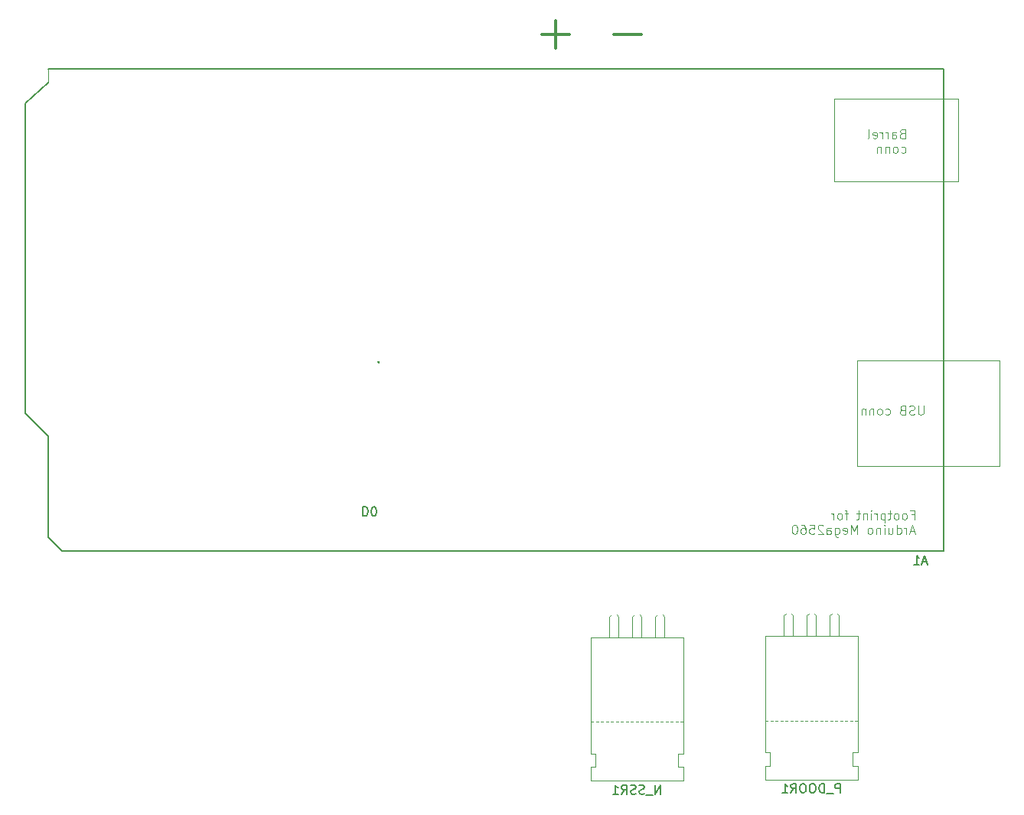
<source format=gbr>
%TF.GenerationSoftware,KiCad,Pcbnew,8.0.5*%
%TF.CreationDate,2024-12-05T17:04:49+01:00*%
%TF.ProjectId,TEEKeeper_V1.0,5445454b-6565-4706-9572-5f56312e302e,rev?*%
%TF.SameCoordinates,PX7b0df40PY6e75580*%
%TF.FileFunction,Legend,Bot*%
%TF.FilePolarity,Positive*%
%FSLAX46Y46*%
G04 Gerber Fmt 4.6, Leading zero omitted, Abs format (unit mm)*
G04 Created by KiCad (PCBNEW 8.0.5) date 2024-12-05 17:04:49*
%MOMM*%
%LPD*%
G01*
G04 APERTURE LIST*
%ADD10C,0.100000*%
%ADD11C,0.300000*%
%ADD12C,0.150000*%
%ADD13C,0.120000*%
G04 APERTURE END LIST*
D10*
X83820000Y70104000D02*
X97536000Y70104000D01*
X97536000Y60960000D01*
X83820000Y60960000D01*
X83820000Y70104000D01*
X86360000Y41148000D02*
X102108000Y41148000D01*
X102108000Y29464000D01*
X86360000Y29464000D01*
X86360000Y41148000D01*
D11*
X51441748Y77219067D02*
X54489368Y77219067D01*
X52965558Y78742877D02*
X52965558Y75695258D01*
X59441748Y77219067D02*
X62489368Y77219067D01*
D10*
X91310782Y66269335D02*
X91167925Y66221716D01*
X91167925Y66221716D02*
X91120306Y66174097D01*
X91120306Y66174097D02*
X91072687Y66078859D01*
X91072687Y66078859D02*
X91072687Y65936002D01*
X91072687Y65936002D02*
X91120306Y65840764D01*
X91120306Y65840764D02*
X91167925Y65793144D01*
X91167925Y65793144D02*
X91263163Y65745525D01*
X91263163Y65745525D02*
X91644115Y65745525D01*
X91644115Y65745525D02*
X91644115Y66745525D01*
X91644115Y66745525D02*
X91310782Y66745525D01*
X91310782Y66745525D02*
X91215544Y66697906D01*
X91215544Y66697906D02*
X91167925Y66650287D01*
X91167925Y66650287D02*
X91120306Y66555049D01*
X91120306Y66555049D02*
X91120306Y66459811D01*
X91120306Y66459811D02*
X91167925Y66364573D01*
X91167925Y66364573D02*
X91215544Y66316954D01*
X91215544Y66316954D02*
X91310782Y66269335D01*
X91310782Y66269335D02*
X91644115Y66269335D01*
X90215544Y65745525D02*
X90215544Y66269335D01*
X90215544Y66269335D02*
X90263163Y66364573D01*
X90263163Y66364573D02*
X90358401Y66412192D01*
X90358401Y66412192D02*
X90548877Y66412192D01*
X90548877Y66412192D02*
X90644115Y66364573D01*
X90215544Y65793144D02*
X90310782Y65745525D01*
X90310782Y65745525D02*
X90548877Y65745525D01*
X90548877Y65745525D02*
X90644115Y65793144D01*
X90644115Y65793144D02*
X90691734Y65888383D01*
X90691734Y65888383D02*
X90691734Y65983621D01*
X90691734Y65983621D02*
X90644115Y66078859D01*
X90644115Y66078859D02*
X90548877Y66126478D01*
X90548877Y66126478D02*
X90310782Y66126478D01*
X90310782Y66126478D02*
X90215544Y66174097D01*
X89739353Y65745525D02*
X89739353Y66412192D01*
X89739353Y66221716D02*
X89691734Y66316954D01*
X89691734Y66316954D02*
X89644115Y66364573D01*
X89644115Y66364573D02*
X89548877Y66412192D01*
X89548877Y66412192D02*
X89453639Y66412192D01*
X89120305Y65745525D02*
X89120305Y66412192D01*
X89120305Y66221716D02*
X89072686Y66316954D01*
X89072686Y66316954D02*
X89025067Y66364573D01*
X89025067Y66364573D02*
X88929829Y66412192D01*
X88929829Y66412192D02*
X88834591Y66412192D01*
X88120305Y65793144D02*
X88215543Y65745525D01*
X88215543Y65745525D02*
X88406019Y65745525D01*
X88406019Y65745525D02*
X88501257Y65793144D01*
X88501257Y65793144D02*
X88548876Y65888383D01*
X88548876Y65888383D02*
X88548876Y66269335D01*
X88548876Y66269335D02*
X88501257Y66364573D01*
X88501257Y66364573D02*
X88406019Y66412192D01*
X88406019Y66412192D02*
X88215543Y66412192D01*
X88215543Y66412192D02*
X88120305Y66364573D01*
X88120305Y66364573D02*
X88072686Y66269335D01*
X88072686Y66269335D02*
X88072686Y66174097D01*
X88072686Y66174097D02*
X88548876Y66078859D01*
X87501257Y65745525D02*
X87596495Y65793144D01*
X87596495Y65793144D02*
X87644114Y65888383D01*
X87644114Y65888383D02*
X87644114Y66745525D01*
X91215544Y64183200D02*
X91310782Y64135581D01*
X91310782Y64135581D02*
X91501258Y64135581D01*
X91501258Y64135581D02*
X91596496Y64183200D01*
X91596496Y64183200D02*
X91644115Y64230820D01*
X91644115Y64230820D02*
X91691734Y64326058D01*
X91691734Y64326058D02*
X91691734Y64611772D01*
X91691734Y64611772D02*
X91644115Y64707010D01*
X91644115Y64707010D02*
X91596496Y64754629D01*
X91596496Y64754629D02*
X91501258Y64802248D01*
X91501258Y64802248D02*
X91310782Y64802248D01*
X91310782Y64802248D02*
X91215544Y64754629D01*
X90644115Y64135581D02*
X90739353Y64183200D01*
X90739353Y64183200D02*
X90786972Y64230820D01*
X90786972Y64230820D02*
X90834591Y64326058D01*
X90834591Y64326058D02*
X90834591Y64611772D01*
X90834591Y64611772D02*
X90786972Y64707010D01*
X90786972Y64707010D02*
X90739353Y64754629D01*
X90739353Y64754629D02*
X90644115Y64802248D01*
X90644115Y64802248D02*
X90501258Y64802248D01*
X90501258Y64802248D02*
X90406020Y64754629D01*
X90406020Y64754629D02*
X90358401Y64707010D01*
X90358401Y64707010D02*
X90310782Y64611772D01*
X90310782Y64611772D02*
X90310782Y64326058D01*
X90310782Y64326058D02*
X90358401Y64230820D01*
X90358401Y64230820D02*
X90406020Y64183200D01*
X90406020Y64183200D02*
X90501258Y64135581D01*
X90501258Y64135581D02*
X90644115Y64135581D01*
X89882210Y64802248D02*
X89882210Y64135581D01*
X89882210Y64707010D02*
X89834591Y64754629D01*
X89834591Y64754629D02*
X89739353Y64802248D01*
X89739353Y64802248D02*
X89596496Y64802248D01*
X89596496Y64802248D02*
X89501258Y64754629D01*
X89501258Y64754629D02*
X89453639Y64659391D01*
X89453639Y64659391D02*
X89453639Y64135581D01*
X88977448Y64802248D02*
X88977448Y64135581D01*
X88977448Y64707010D02*
X88929829Y64754629D01*
X88929829Y64754629D02*
X88834591Y64802248D01*
X88834591Y64802248D02*
X88691734Y64802248D01*
X88691734Y64802248D02*
X88596496Y64754629D01*
X88596496Y64754629D02*
X88548877Y64659391D01*
X88548877Y64659391D02*
X88548877Y64135581D01*
X92326782Y24105335D02*
X92660115Y24105335D01*
X92660115Y23581525D02*
X92660115Y24581525D01*
X92660115Y24581525D02*
X92183925Y24581525D01*
X91660115Y23581525D02*
X91755353Y23629144D01*
X91755353Y23629144D02*
X91802972Y23676764D01*
X91802972Y23676764D02*
X91850591Y23772002D01*
X91850591Y23772002D02*
X91850591Y24057716D01*
X91850591Y24057716D02*
X91802972Y24152954D01*
X91802972Y24152954D02*
X91755353Y24200573D01*
X91755353Y24200573D02*
X91660115Y24248192D01*
X91660115Y24248192D02*
X91517258Y24248192D01*
X91517258Y24248192D02*
X91422020Y24200573D01*
X91422020Y24200573D02*
X91374401Y24152954D01*
X91374401Y24152954D02*
X91326782Y24057716D01*
X91326782Y24057716D02*
X91326782Y23772002D01*
X91326782Y23772002D02*
X91374401Y23676764D01*
X91374401Y23676764D02*
X91422020Y23629144D01*
X91422020Y23629144D02*
X91517258Y23581525D01*
X91517258Y23581525D02*
X91660115Y23581525D01*
X90755353Y23581525D02*
X90850591Y23629144D01*
X90850591Y23629144D02*
X90898210Y23676764D01*
X90898210Y23676764D02*
X90945829Y23772002D01*
X90945829Y23772002D02*
X90945829Y24057716D01*
X90945829Y24057716D02*
X90898210Y24152954D01*
X90898210Y24152954D02*
X90850591Y24200573D01*
X90850591Y24200573D02*
X90755353Y24248192D01*
X90755353Y24248192D02*
X90612496Y24248192D01*
X90612496Y24248192D02*
X90517258Y24200573D01*
X90517258Y24200573D02*
X90469639Y24152954D01*
X90469639Y24152954D02*
X90422020Y24057716D01*
X90422020Y24057716D02*
X90422020Y23772002D01*
X90422020Y23772002D02*
X90469639Y23676764D01*
X90469639Y23676764D02*
X90517258Y23629144D01*
X90517258Y23629144D02*
X90612496Y23581525D01*
X90612496Y23581525D02*
X90755353Y23581525D01*
X90136305Y24248192D02*
X89755353Y24248192D01*
X89993448Y24581525D02*
X89993448Y23724383D01*
X89993448Y23724383D02*
X89945829Y23629144D01*
X89945829Y23629144D02*
X89850591Y23581525D01*
X89850591Y23581525D02*
X89755353Y23581525D01*
X89422019Y24248192D02*
X89422019Y23248192D01*
X89422019Y24200573D02*
X89326781Y24248192D01*
X89326781Y24248192D02*
X89136305Y24248192D01*
X89136305Y24248192D02*
X89041067Y24200573D01*
X89041067Y24200573D02*
X88993448Y24152954D01*
X88993448Y24152954D02*
X88945829Y24057716D01*
X88945829Y24057716D02*
X88945829Y23772002D01*
X88945829Y23772002D02*
X88993448Y23676764D01*
X88993448Y23676764D02*
X89041067Y23629144D01*
X89041067Y23629144D02*
X89136305Y23581525D01*
X89136305Y23581525D02*
X89326781Y23581525D01*
X89326781Y23581525D02*
X89422019Y23629144D01*
X88517257Y23581525D02*
X88517257Y24248192D01*
X88517257Y24057716D02*
X88469638Y24152954D01*
X88469638Y24152954D02*
X88422019Y24200573D01*
X88422019Y24200573D02*
X88326781Y24248192D01*
X88326781Y24248192D02*
X88231543Y24248192D01*
X87898209Y23581525D02*
X87898209Y24248192D01*
X87898209Y24581525D02*
X87945828Y24533906D01*
X87945828Y24533906D02*
X87898209Y24486287D01*
X87898209Y24486287D02*
X87850590Y24533906D01*
X87850590Y24533906D02*
X87898209Y24581525D01*
X87898209Y24581525D02*
X87898209Y24486287D01*
X87422019Y24248192D02*
X87422019Y23581525D01*
X87422019Y24152954D02*
X87374400Y24200573D01*
X87374400Y24200573D02*
X87279162Y24248192D01*
X87279162Y24248192D02*
X87136305Y24248192D01*
X87136305Y24248192D02*
X87041067Y24200573D01*
X87041067Y24200573D02*
X86993448Y24105335D01*
X86993448Y24105335D02*
X86993448Y23581525D01*
X86660114Y24248192D02*
X86279162Y24248192D01*
X86517257Y24581525D02*
X86517257Y23724383D01*
X86517257Y23724383D02*
X86469638Y23629144D01*
X86469638Y23629144D02*
X86374400Y23581525D01*
X86374400Y23581525D02*
X86279162Y23581525D01*
X85326780Y24248192D02*
X84945828Y24248192D01*
X85183923Y23581525D02*
X85183923Y24438668D01*
X85183923Y24438668D02*
X85136304Y24533906D01*
X85136304Y24533906D02*
X85041066Y24581525D01*
X85041066Y24581525D02*
X84945828Y24581525D01*
X84469637Y23581525D02*
X84564875Y23629144D01*
X84564875Y23629144D02*
X84612494Y23676764D01*
X84612494Y23676764D02*
X84660113Y23772002D01*
X84660113Y23772002D02*
X84660113Y24057716D01*
X84660113Y24057716D02*
X84612494Y24152954D01*
X84612494Y24152954D02*
X84564875Y24200573D01*
X84564875Y24200573D02*
X84469637Y24248192D01*
X84469637Y24248192D02*
X84326780Y24248192D01*
X84326780Y24248192D02*
X84231542Y24200573D01*
X84231542Y24200573D02*
X84183923Y24152954D01*
X84183923Y24152954D02*
X84136304Y24057716D01*
X84136304Y24057716D02*
X84136304Y23772002D01*
X84136304Y23772002D02*
X84183923Y23676764D01*
X84183923Y23676764D02*
X84231542Y23629144D01*
X84231542Y23629144D02*
X84326780Y23581525D01*
X84326780Y23581525D02*
X84469637Y23581525D01*
X83707732Y23581525D02*
X83707732Y24248192D01*
X83707732Y24057716D02*
X83660113Y24152954D01*
X83660113Y24152954D02*
X83612494Y24200573D01*
X83612494Y24200573D02*
X83517256Y24248192D01*
X83517256Y24248192D02*
X83422018Y24248192D01*
X92707734Y22257296D02*
X92231544Y22257296D01*
X92802972Y21971581D02*
X92469639Y22971581D01*
X92469639Y22971581D02*
X92136306Y21971581D01*
X91802972Y21971581D02*
X91802972Y22638248D01*
X91802972Y22447772D02*
X91755353Y22543010D01*
X91755353Y22543010D02*
X91707734Y22590629D01*
X91707734Y22590629D02*
X91612496Y22638248D01*
X91612496Y22638248D02*
X91517258Y22638248D01*
X90755353Y21971581D02*
X90755353Y22971581D01*
X90755353Y22019200D02*
X90850591Y21971581D01*
X90850591Y21971581D02*
X91041067Y21971581D01*
X91041067Y21971581D02*
X91136305Y22019200D01*
X91136305Y22019200D02*
X91183924Y22066820D01*
X91183924Y22066820D02*
X91231543Y22162058D01*
X91231543Y22162058D02*
X91231543Y22447772D01*
X91231543Y22447772D02*
X91183924Y22543010D01*
X91183924Y22543010D02*
X91136305Y22590629D01*
X91136305Y22590629D02*
X91041067Y22638248D01*
X91041067Y22638248D02*
X90850591Y22638248D01*
X90850591Y22638248D02*
X90755353Y22590629D01*
X89850591Y22638248D02*
X89850591Y21971581D01*
X90279162Y22638248D02*
X90279162Y22114439D01*
X90279162Y22114439D02*
X90231543Y22019200D01*
X90231543Y22019200D02*
X90136305Y21971581D01*
X90136305Y21971581D02*
X89993448Y21971581D01*
X89993448Y21971581D02*
X89898210Y22019200D01*
X89898210Y22019200D02*
X89850591Y22066820D01*
X89374400Y21971581D02*
X89374400Y22638248D01*
X89374400Y22971581D02*
X89422019Y22923962D01*
X89422019Y22923962D02*
X89374400Y22876343D01*
X89374400Y22876343D02*
X89326781Y22923962D01*
X89326781Y22923962D02*
X89374400Y22971581D01*
X89374400Y22971581D02*
X89374400Y22876343D01*
X88898210Y22638248D02*
X88898210Y21971581D01*
X88898210Y22543010D02*
X88850591Y22590629D01*
X88850591Y22590629D02*
X88755353Y22638248D01*
X88755353Y22638248D02*
X88612496Y22638248D01*
X88612496Y22638248D02*
X88517258Y22590629D01*
X88517258Y22590629D02*
X88469639Y22495391D01*
X88469639Y22495391D02*
X88469639Y21971581D01*
X87850591Y21971581D02*
X87945829Y22019200D01*
X87945829Y22019200D02*
X87993448Y22066820D01*
X87993448Y22066820D02*
X88041067Y22162058D01*
X88041067Y22162058D02*
X88041067Y22447772D01*
X88041067Y22447772D02*
X87993448Y22543010D01*
X87993448Y22543010D02*
X87945829Y22590629D01*
X87945829Y22590629D02*
X87850591Y22638248D01*
X87850591Y22638248D02*
X87707734Y22638248D01*
X87707734Y22638248D02*
X87612496Y22590629D01*
X87612496Y22590629D02*
X87564877Y22543010D01*
X87564877Y22543010D02*
X87517258Y22447772D01*
X87517258Y22447772D02*
X87517258Y22162058D01*
X87517258Y22162058D02*
X87564877Y22066820D01*
X87564877Y22066820D02*
X87612496Y22019200D01*
X87612496Y22019200D02*
X87707734Y21971581D01*
X87707734Y21971581D02*
X87850591Y21971581D01*
X86326781Y21971581D02*
X86326781Y22971581D01*
X86326781Y22971581D02*
X85993448Y22257296D01*
X85993448Y22257296D02*
X85660115Y22971581D01*
X85660115Y22971581D02*
X85660115Y21971581D01*
X84802972Y22019200D02*
X84898210Y21971581D01*
X84898210Y21971581D02*
X85088686Y21971581D01*
X85088686Y21971581D02*
X85183924Y22019200D01*
X85183924Y22019200D02*
X85231543Y22114439D01*
X85231543Y22114439D02*
X85231543Y22495391D01*
X85231543Y22495391D02*
X85183924Y22590629D01*
X85183924Y22590629D02*
X85088686Y22638248D01*
X85088686Y22638248D02*
X84898210Y22638248D01*
X84898210Y22638248D02*
X84802972Y22590629D01*
X84802972Y22590629D02*
X84755353Y22495391D01*
X84755353Y22495391D02*
X84755353Y22400153D01*
X84755353Y22400153D02*
X85231543Y22304915D01*
X83898210Y22638248D02*
X83898210Y21828724D01*
X83898210Y21828724D02*
X83945829Y21733486D01*
X83945829Y21733486D02*
X83993448Y21685867D01*
X83993448Y21685867D02*
X84088686Y21638248D01*
X84088686Y21638248D02*
X84231543Y21638248D01*
X84231543Y21638248D02*
X84326781Y21685867D01*
X83898210Y22019200D02*
X83993448Y21971581D01*
X83993448Y21971581D02*
X84183924Y21971581D01*
X84183924Y21971581D02*
X84279162Y22019200D01*
X84279162Y22019200D02*
X84326781Y22066820D01*
X84326781Y22066820D02*
X84374400Y22162058D01*
X84374400Y22162058D02*
X84374400Y22447772D01*
X84374400Y22447772D02*
X84326781Y22543010D01*
X84326781Y22543010D02*
X84279162Y22590629D01*
X84279162Y22590629D02*
X84183924Y22638248D01*
X84183924Y22638248D02*
X83993448Y22638248D01*
X83993448Y22638248D02*
X83898210Y22590629D01*
X82993448Y21971581D02*
X82993448Y22495391D01*
X82993448Y22495391D02*
X83041067Y22590629D01*
X83041067Y22590629D02*
X83136305Y22638248D01*
X83136305Y22638248D02*
X83326781Y22638248D01*
X83326781Y22638248D02*
X83422019Y22590629D01*
X82993448Y22019200D02*
X83088686Y21971581D01*
X83088686Y21971581D02*
X83326781Y21971581D01*
X83326781Y21971581D02*
X83422019Y22019200D01*
X83422019Y22019200D02*
X83469638Y22114439D01*
X83469638Y22114439D02*
X83469638Y22209677D01*
X83469638Y22209677D02*
X83422019Y22304915D01*
X83422019Y22304915D02*
X83326781Y22352534D01*
X83326781Y22352534D02*
X83088686Y22352534D01*
X83088686Y22352534D02*
X82993448Y22400153D01*
X82564876Y22876343D02*
X82517257Y22923962D01*
X82517257Y22923962D02*
X82422019Y22971581D01*
X82422019Y22971581D02*
X82183924Y22971581D01*
X82183924Y22971581D02*
X82088686Y22923962D01*
X82088686Y22923962D02*
X82041067Y22876343D01*
X82041067Y22876343D02*
X81993448Y22781105D01*
X81993448Y22781105D02*
X81993448Y22685867D01*
X81993448Y22685867D02*
X82041067Y22543010D01*
X82041067Y22543010D02*
X82612495Y21971581D01*
X82612495Y21971581D02*
X81993448Y21971581D01*
X81088686Y22971581D02*
X81564876Y22971581D01*
X81564876Y22971581D02*
X81612495Y22495391D01*
X81612495Y22495391D02*
X81564876Y22543010D01*
X81564876Y22543010D02*
X81469638Y22590629D01*
X81469638Y22590629D02*
X81231543Y22590629D01*
X81231543Y22590629D02*
X81136305Y22543010D01*
X81136305Y22543010D02*
X81088686Y22495391D01*
X81088686Y22495391D02*
X81041067Y22400153D01*
X81041067Y22400153D02*
X81041067Y22162058D01*
X81041067Y22162058D02*
X81088686Y22066820D01*
X81088686Y22066820D02*
X81136305Y22019200D01*
X81136305Y22019200D02*
X81231543Y21971581D01*
X81231543Y21971581D02*
X81469638Y21971581D01*
X81469638Y21971581D02*
X81564876Y22019200D01*
X81564876Y22019200D02*
X81612495Y22066820D01*
X80183924Y22971581D02*
X80374400Y22971581D01*
X80374400Y22971581D02*
X80469638Y22923962D01*
X80469638Y22923962D02*
X80517257Y22876343D01*
X80517257Y22876343D02*
X80612495Y22733486D01*
X80612495Y22733486D02*
X80660114Y22543010D01*
X80660114Y22543010D02*
X80660114Y22162058D01*
X80660114Y22162058D02*
X80612495Y22066820D01*
X80612495Y22066820D02*
X80564876Y22019200D01*
X80564876Y22019200D02*
X80469638Y21971581D01*
X80469638Y21971581D02*
X80279162Y21971581D01*
X80279162Y21971581D02*
X80183924Y22019200D01*
X80183924Y22019200D02*
X80136305Y22066820D01*
X80136305Y22066820D02*
X80088686Y22162058D01*
X80088686Y22162058D02*
X80088686Y22400153D01*
X80088686Y22400153D02*
X80136305Y22495391D01*
X80136305Y22495391D02*
X80183924Y22543010D01*
X80183924Y22543010D02*
X80279162Y22590629D01*
X80279162Y22590629D02*
X80469638Y22590629D01*
X80469638Y22590629D02*
X80564876Y22543010D01*
X80564876Y22543010D02*
X80612495Y22495391D01*
X80612495Y22495391D02*
X80660114Y22400153D01*
X79469638Y22971581D02*
X79374400Y22971581D01*
X79374400Y22971581D02*
X79279162Y22923962D01*
X79279162Y22923962D02*
X79231543Y22876343D01*
X79231543Y22876343D02*
X79183924Y22781105D01*
X79183924Y22781105D02*
X79136305Y22590629D01*
X79136305Y22590629D02*
X79136305Y22352534D01*
X79136305Y22352534D02*
X79183924Y22162058D01*
X79183924Y22162058D02*
X79231543Y22066820D01*
X79231543Y22066820D02*
X79279162Y22019200D01*
X79279162Y22019200D02*
X79374400Y21971581D01*
X79374400Y21971581D02*
X79469638Y21971581D01*
X79469638Y21971581D02*
X79564876Y22019200D01*
X79564876Y22019200D02*
X79612495Y22066820D01*
X79612495Y22066820D02*
X79660114Y22162058D01*
X79660114Y22162058D02*
X79707733Y22352534D01*
X79707733Y22352534D02*
X79707733Y22590629D01*
X79707733Y22590629D02*
X79660114Y22781105D01*
X79660114Y22781105D02*
X79612495Y22876343D01*
X79612495Y22876343D02*
X79564876Y22923962D01*
X79564876Y22923962D02*
X79469638Y22971581D01*
X93676115Y36154181D02*
X93676115Y35344658D01*
X93676115Y35344658D02*
X93628496Y35249420D01*
X93628496Y35249420D02*
X93580877Y35201800D01*
X93580877Y35201800D02*
X93485639Y35154181D01*
X93485639Y35154181D02*
X93295163Y35154181D01*
X93295163Y35154181D02*
X93199925Y35201800D01*
X93199925Y35201800D02*
X93152306Y35249420D01*
X93152306Y35249420D02*
X93104687Y35344658D01*
X93104687Y35344658D02*
X93104687Y36154181D01*
X92676115Y35201800D02*
X92533258Y35154181D01*
X92533258Y35154181D02*
X92295163Y35154181D01*
X92295163Y35154181D02*
X92199925Y35201800D01*
X92199925Y35201800D02*
X92152306Y35249420D01*
X92152306Y35249420D02*
X92104687Y35344658D01*
X92104687Y35344658D02*
X92104687Y35439896D01*
X92104687Y35439896D02*
X92152306Y35535134D01*
X92152306Y35535134D02*
X92199925Y35582753D01*
X92199925Y35582753D02*
X92295163Y35630372D01*
X92295163Y35630372D02*
X92485639Y35677991D01*
X92485639Y35677991D02*
X92580877Y35725610D01*
X92580877Y35725610D02*
X92628496Y35773229D01*
X92628496Y35773229D02*
X92676115Y35868467D01*
X92676115Y35868467D02*
X92676115Y35963705D01*
X92676115Y35963705D02*
X92628496Y36058943D01*
X92628496Y36058943D02*
X92580877Y36106562D01*
X92580877Y36106562D02*
X92485639Y36154181D01*
X92485639Y36154181D02*
X92247544Y36154181D01*
X92247544Y36154181D02*
X92104687Y36106562D01*
X91342782Y35677991D02*
X91199925Y35630372D01*
X91199925Y35630372D02*
X91152306Y35582753D01*
X91152306Y35582753D02*
X91104687Y35487515D01*
X91104687Y35487515D02*
X91104687Y35344658D01*
X91104687Y35344658D02*
X91152306Y35249420D01*
X91152306Y35249420D02*
X91199925Y35201800D01*
X91199925Y35201800D02*
X91295163Y35154181D01*
X91295163Y35154181D02*
X91676115Y35154181D01*
X91676115Y35154181D02*
X91676115Y36154181D01*
X91676115Y36154181D02*
X91342782Y36154181D01*
X91342782Y36154181D02*
X91247544Y36106562D01*
X91247544Y36106562D02*
X91199925Y36058943D01*
X91199925Y36058943D02*
X91152306Y35963705D01*
X91152306Y35963705D02*
X91152306Y35868467D01*
X91152306Y35868467D02*
X91199925Y35773229D01*
X91199925Y35773229D02*
X91247544Y35725610D01*
X91247544Y35725610D02*
X91342782Y35677991D01*
X91342782Y35677991D02*
X91676115Y35677991D01*
X89485639Y35201800D02*
X89580877Y35154181D01*
X89580877Y35154181D02*
X89771353Y35154181D01*
X89771353Y35154181D02*
X89866591Y35201800D01*
X89866591Y35201800D02*
X89914210Y35249420D01*
X89914210Y35249420D02*
X89961829Y35344658D01*
X89961829Y35344658D02*
X89961829Y35630372D01*
X89961829Y35630372D02*
X89914210Y35725610D01*
X89914210Y35725610D02*
X89866591Y35773229D01*
X89866591Y35773229D02*
X89771353Y35820848D01*
X89771353Y35820848D02*
X89580877Y35820848D01*
X89580877Y35820848D02*
X89485639Y35773229D01*
X88914210Y35154181D02*
X89009448Y35201800D01*
X89009448Y35201800D02*
X89057067Y35249420D01*
X89057067Y35249420D02*
X89104686Y35344658D01*
X89104686Y35344658D02*
X89104686Y35630372D01*
X89104686Y35630372D02*
X89057067Y35725610D01*
X89057067Y35725610D02*
X89009448Y35773229D01*
X89009448Y35773229D02*
X88914210Y35820848D01*
X88914210Y35820848D02*
X88771353Y35820848D01*
X88771353Y35820848D02*
X88676115Y35773229D01*
X88676115Y35773229D02*
X88628496Y35725610D01*
X88628496Y35725610D02*
X88580877Y35630372D01*
X88580877Y35630372D02*
X88580877Y35344658D01*
X88580877Y35344658D02*
X88628496Y35249420D01*
X88628496Y35249420D02*
X88676115Y35201800D01*
X88676115Y35201800D02*
X88771353Y35154181D01*
X88771353Y35154181D02*
X88914210Y35154181D01*
X88152305Y35820848D02*
X88152305Y35154181D01*
X88152305Y35725610D02*
X88104686Y35773229D01*
X88104686Y35773229D02*
X88009448Y35820848D01*
X88009448Y35820848D02*
X87866591Y35820848D01*
X87866591Y35820848D02*
X87771353Y35773229D01*
X87771353Y35773229D02*
X87723734Y35677991D01*
X87723734Y35677991D02*
X87723734Y35154181D01*
X87247543Y35820848D02*
X87247543Y35154181D01*
X87247543Y35725610D02*
X87199924Y35773229D01*
X87199924Y35773229D02*
X87104686Y35820848D01*
X87104686Y35820848D02*
X86961829Y35820848D01*
X86961829Y35820848D02*
X86866591Y35773229D01*
X86866591Y35773229D02*
X86818972Y35677991D01*
X86818972Y35677991D02*
X86818972Y35154181D01*
D12*
X94064285Y18880896D02*
X93588095Y18880896D01*
X94159523Y18595181D02*
X93826190Y19595181D01*
X93826190Y19595181D02*
X93492857Y18595181D01*
X92635714Y18595181D02*
X93207142Y18595181D01*
X92921428Y18595181D02*
X92921428Y19595181D01*
X92921428Y19595181D02*
X93016666Y19452324D01*
X93016666Y19452324D02*
X93111904Y19357086D01*
X93111904Y19357086D02*
X93207142Y19309467D01*
X33406000Y41042420D02*
X33453619Y40994800D01*
X33453619Y40994800D02*
X33406000Y40947181D01*
X33406000Y40947181D02*
X33358381Y40994800D01*
X33358381Y40994800D02*
X33406000Y41042420D01*
X33406000Y41042420D02*
X33406000Y40947181D01*
X31651905Y24965820D02*
X31651905Y23965820D01*
X31651905Y23965820D02*
X31890000Y23965820D01*
X31890000Y23965820D02*
X32032857Y24013439D01*
X32032857Y24013439D02*
X32128095Y24108677D01*
X32128095Y24108677D02*
X32175714Y24203915D01*
X32175714Y24203915D02*
X32223333Y24394391D01*
X32223333Y24394391D02*
X32223333Y24537248D01*
X32223333Y24537248D02*
X32175714Y24727724D01*
X32175714Y24727724D02*
X32128095Y24822962D01*
X32128095Y24822962D02*
X32032857Y24918200D01*
X32032857Y24918200D02*
X31890000Y24965820D01*
X31890000Y24965820D02*
X31651905Y24965820D01*
X32842381Y23965820D02*
X32937619Y23965820D01*
X32937619Y23965820D02*
X33032857Y24013439D01*
X33032857Y24013439D02*
X33080476Y24061058D01*
X33080476Y24061058D02*
X33128095Y24156296D01*
X33128095Y24156296D02*
X33175714Y24346772D01*
X33175714Y24346772D02*
X33175714Y24584867D01*
X33175714Y24584867D02*
X33128095Y24775343D01*
X33128095Y24775343D02*
X33080476Y24870581D01*
X33080476Y24870581D02*
X33032857Y24918200D01*
X33032857Y24918200D02*
X32937619Y24965820D01*
X32937619Y24965820D02*
X32842381Y24965820D01*
X32842381Y24965820D02*
X32747143Y24918200D01*
X32747143Y24918200D02*
X32699524Y24870581D01*
X32699524Y24870581D02*
X32651905Y24775343D01*
X32651905Y24775343D02*
X32604286Y24584867D01*
X32604286Y24584867D02*
X32604286Y24346772D01*
X32604286Y24346772D02*
X32651905Y24156296D01*
X32651905Y24156296D02*
X32699524Y24061058D01*
X32699524Y24061058D02*
X32747143Y24013439D01*
X32747143Y24013439D02*
X32842381Y23965820D01*
X64571237Y-6810819D02*
X64571237Y-5810819D01*
X64571237Y-5810819D02*
X63999809Y-6810819D01*
X63999809Y-6810819D02*
X63999809Y-5810819D01*
X63761714Y-6906057D02*
X62999809Y-6906057D01*
X62809332Y-6763200D02*
X62666475Y-6810819D01*
X62666475Y-6810819D02*
X62428380Y-6810819D01*
X62428380Y-6810819D02*
X62333142Y-6763200D01*
X62333142Y-6763200D02*
X62285523Y-6715580D01*
X62285523Y-6715580D02*
X62237904Y-6620342D01*
X62237904Y-6620342D02*
X62237904Y-6525104D01*
X62237904Y-6525104D02*
X62285523Y-6429866D01*
X62285523Y-6429866D02*
X62333142Y-6382247D01*
X62333142Y-6382247D02*
X62428380Y-6334628D01*
X62428380Y-6334628D02*
X62618856Y-6287009D01*
X62618856Y-6287009D02*
X62714094Y-6239390D01*
X62714094Y-6239390D02*
X62761713Y-6191771D01*
X62761713Y-6191771D02*
X62809332Y-6096533D01*
X62809332Y-6096533D02*
X62809332Y-6001295D01*
X62809332Y-6001295D02*
X62761713Y-5906057D01*
X62761713Y-5906057D02*
X62714094Y-5858438D01*
X62714094Y-5858438D02*
X62618856Y-5810819D01*
X62618856Y-5810819D02*
X62380761Y-5810819D01*
X62380761Y-5810819D02*
X62237904Y-5858438D01*
X61856951Y-6763200D02*
X61714094Y-6810819D01*
X61714094Y-6810819D02*
X61475999Y-6810819D01*
X61475999Y-6810819D02*
X61380761Y-6763200D01*
X61380761Y-6763200D02*
X61333142Y-6715580D01*
X61333142Y-6715580D02*
X61285523Y-6620342D01*
X61285523Y-6620342D02*
X61285523Y-6525104D01*
X61285523Y-6525104D02*
X61333142Y-6429866D01*
X61333142Y-6429866D02*
X61380761Y-6382247D01*
X61380761Y-6382247D02*
X61475999Y-6334628D01*
X61475999Y-6334628D02*
X61666475Y-6287009D01*
X61666475Y-6287009D02*
X61761713Y-6239390D01*
X61761713Y-6239390D02*
X61809332Y-6191771D01*
X61809332Y-6191771D02*
X61856951Y-6096533D01*
X61856951Y-6096533D02*
X61856951Y-6001295D01*
X61856951Y-6001295D02*
X61809332Y-5906057D01*
X61809332Y-5906057D02*
X61761713Y-5858438D01*
X61761713Y-5858438D02*
X61666475Y-5810819D01*
X61666475Y-5810819D02*
X61428380Y-5810819D01*
X61428380Y-5810819D02*
X61285523Y-5858438D01*
X60285523Y-6810819D02*
X60618856Y-6334628D01*
X60856951Y-6810819D02*
X60856951Y-5810819D01*
X60856951Y-5810819D02*
X60475999Y-5810819D01*
X60475999Y-5810819D02*
X60380761Y-5858438D01*
X60380761Y-5858438D02*
X60333142Y-5906057D01*
X60333142Y-5906057D02*
X60285523Y-6001295D01*
X60285523Y-6001295D02*
X60285523Y-6144152D01*
X60285523Y-6144152D02*
X60333142Y-6239390D01*
X60333142Y-6239390D02*
X60380761Y-6287009D01*
X60380761Y-6287009D02*
X60475999Y-6334628D01*
X60475999Y-6334628D02*
X60856951Y-6334628D01*
X59333142Y-6810819D02*
X59904570Y-6810819D01*
X59618856Y-6810819D02*
X59618856Y-5810819D01*
X59618856Y-5810819D02*
X59714094Y-5953676D01*
X59714094Y-5953676D02*
X59809332Y-6048914D01*
X59809332Y-6048914D02*
X59904570Y-6096533D01*
X84446666Y-6668819D02*
X84446666Y-5668819D01*
X84446666Y-5668819D02*
X84065714Y-5668819D01*
X84065714Y-5668819D02*
X83970476Y-5716438D01*
X83970476Y-5716438D02*
X83922857Y-5764057D01*
X83922857Y-5764057D02*
X83875238Y-5859295D01*
X83875238Y-5859295D02*
X83875238Y-6002152D01*
X83875238Y-6002152D02*
X83922857Y-6097390D01*
X83922857Y-6097390D02*
X83970476Y-6145009D01*
X83970476Y-6145009D02*
X84065714Y-6192628D01*
X84065714Y-6192628D02*
X84446666Y-6192628D01*
X83684762Y-6764057D02*
X82922857Y-6764057D01*
X82684761Y-6668819D02*
X82684761Y-5668819D01*
X82684761Y-5668819D02*
X82446666Y-5668819D01*
X82446666Y-5668819D02*
X82303809Y-5716438D01*
X82303809Y-5716438D02*
X82208571Y-5811676D01*
X82208571Y-5811676D02*
X82160952Y-5906914D01*
X82160952Y-5906914D02*
X82113333Y-6097390D01*
X82113333Y-6097390D02*
X82113333Y-6240247D01*
X82113333Y-6240247D02*
X82160952Y-6430723D01*
X82160952Y-6430723D02*
X82208571Y-6525961D01*
X82208571Y-6525961D02*
X82303809Y-6621200D01*
X82303809Y-6621200D02*
X82446666Y-6668819D01*
X82446666Y-6668819D02*
X82684761Y-6668819D01*
X81494285Y-5668819D02*
X81303809Y-5668819D01*
X81303809Y-5668819D02*
X81208571Y-5716438D01*
X81208571Y-5716438D02*
X81113333Y-5811676D01*
X81113333Y-5811676D02*
X81065714Y-6002152D01*
X81065714Y-6002152D02*
X81065714Y-6335485D01*
X81065714Y-6335485D02*
X81113333Y-6525961D01*
X81113333Y-6525961D02*
X81208571Y-6621200D01*
X81208571Y-6621200D02*
X81303809Y-6668819D01*
X81303809Y-6668819D02*
X81494285Y-6668819D01*
X81494285Y-6668819D02*
X81589523Y-6621200D01*
X81589523Y-6621200D02*
X81684761Y-6525961D01*
X81684761Y-6525961D02*
X81732380Y-6335485D01*
X81732380Y-6335485D02*
X81732380Y-6002152D01*
X81732380Y-6002152D02*
X81684761Y-5811676D01*
X81684761Y-5811676D02*
X81589523Y-5716438D01*
X81589523Y-5716438D02*
X81494285Y-5668819D01*
X80446666Y-5668819D02*
X80256190Y-5668819D01*
X80256190Y-5668819D02*
X80160952Y-5716438D01*
X80160952Y-5716438D02*
X80065714Y-5811676D01*
X80065714Y-5811676D02*
X80018095Y-6002152D01*
X80018095Y-6002152D02*
X80018095Y-6335485D01*
X80018095Y-6335485D02*
X80065714Y-6525961D01*
X80065714Y-6525961D02*
X80160952Y-6621200D01*
X80160952Y-6621200D02*
X80256190Y-6668819D01*
X80256190Y-6668819D02*
X80446666Y-6668819D01*
X80446666Y-6668819D02*
X80541904Y-6621200D01*
X80541904Y-6621200D02*
X80637142Y-6525961D01*
X80637142Y-6525961D02*
X80684761Y-6335485D01*
X80684761Y-6335485D02*
X80684761Y-6002152D01*
X80684761Y-6002152D02*
X80637142Y-5811676D01*
X80637142Y-5811676D02*
X80541904Y-5716438D01*
X80541904Y-5716438D02*
X80446666Y-5668819D01*
X79018095Y-6668819D02*
X79351428Y-6192628D01*
X79589523Y-6668819D02*
X79589523Y-5668819D01*
X79589523Y-5668819D02*
X79208571Y-5668819D01*
X79208571Y-5668819D02*
X79113333Y-5716438D01*
X79113333Y-5716438D02*
X79065714Y-5764057D01*
X79065714Y-5764057D02*
X79018095Y-5859295D01*
X79018095Y-5859295D02*
X79018095Y-6002152D01*
X79018095Y-6002152D02*
X79065714Y-6097390D01*
X79065714Y-6097390D02*
X79113333Y-6145009D01*
X79113333Y-6145009D02*
X79208571Y-6192628D01*
X79208571Y-6192628D02*
X79589523Y-6192628D01*
X78065714Y-6668819D02*
X78637142Y-6668819D01*
X78351428Y-6668819D02*
X78351428Y-5668819D01*
X78351428Y-5668819D02*
X78446666Y-5811676D01*
X78446666Y-5811676D02*
X78541904Y-5906914D01*
X78541904Y-5906914D02*
X78637142Y-5954533D01*
%TO.C,A1*%
X-5710000Y69596000D02*
X-5710000Y35306000D01*
X-5710000Y35306000D02*
X-3170000Y32766000D01*
D10*
X-3170000Y73406000D02*
X-3170000Y71906000D01*
D12*
X-3170000Y71906000D02*
X-5710000Y69596000D01*
X-3170000Y32766000D02*
X-3170000Y21590000D01*
X-1646000Y20066000D02*
X-3170000Y21590000D01*
X95890000Y73406000D02*
X-3170000Y73406000D01*
X95890000Y20066000D02*
X-1646000Y20066000D01*
X95890000Y20066000D02*
X95890000Y73406000D01*
D13*
%TO.C,N_SSR1*%
X56856000Y10534000D02*
X56856000Y-2326000D01*
X56856000Y-3826000D02*
X56856000Y-5356000D01*
X56861000Y-2326000D02*
X57386000Y-2326000D01*
X57166000Y1174000D02*
X56916000Y1174000D01*
X57386000Y-2326000D02*
X57386000Y-3826000D01*
X57386000Y-3826000D02*
X56856000Y-3826000D01*
X57716000Y1174000D02*
X57466000Y1174000D01*
X58266000Y1174000D02*
X58016000Y1174000D01*
X58816000Y1174000D02*
X58566000Y1174000D01*
X58936000Y12824000D02*
X58936000Y10574000D01*
X59136000Y13024000D02*
X58936000Y12824000D01*
X59366000Y1174000D02*
X59116000Y1174000D01*
X59736000Y13024000D02*
X59936000Y12824000D01*
X59916000Y1174000D02*
X59666000Y1174000D01*
X59936000Y12824000D02*
X59936000Y10574000D01*
X60466000Y1174000D02*
X60216000Y1174000D01*
X61016000Y1174000D02*
X60766000Y1174000D01*
X61476000Y12824000D02*
X61476000Y10574000D01*
X61566000Y1174000D02*
X61316000Y1174000D01*
X61676000Y13024000D02*
X61476000Y12824000D01*
X62116000Y1174000D02*
X61866000Y1174000D01*
X62276000Y13024000D02*
X62476000Y12824000D01*
X62476000Y12824000D02*
X62476000Y10574000D01*
X62666000Y1174000D02*
X62416000Y1174000D01*
X63216000Y1174000D02*
X62966000Y1174000D01*
X63766000Y1174000D02*
X63516000Y1174000D01*
X64016000Y12824000D02*
X64016000Y10574000D01*
X64216000Y13024000D02*
X64016000Y12824000D01*
X64316000Y1174000D02*
X64066000Y1174000D01*
X64816000Y13024000D02*
X65016000Y12824000D01*
X64866000Y1174000D02*
X64616000Y1174000D01*
X65016000Y12824000D02*
X65016000Y10574000D01*
X65416000Y1174000D02*
X65166000Y1174000D01*
X65966000Y1174000D02*
X65716000Y1174000D01*
X66516000Y1174000D02*
X66266000Y1174000D01*
X66536000Y-2326000D02*
X67096000Y-2326000D01*
X66536000Y-3826000D02*
X66536000Y-2326000D01*
X67066000Y1174000D02*
X66816000Y1174000D01*
X67096000Y10534000D02*
X56856000Y10534000D01*
X67096000Y10534000D02*
X67096000Y-2326000D01*
X67096000Y-3826000D02*
X66536000Y-3826000D01*
X67096000Y-3826000D02*
X67096000Y-5356000D01*
X67096000Y-5356000D02*
X56856000Y-5356000D01*
%TO.C,P_DOOR1*%
X76160000Y10676000D02*
X76160000Y-2184000D01*
X76160000Y-3684000D02*
X76160000Y-5214000D01*
X76165000Y-2184000D02*
X76690000Y-2184000D01*
X76470000Y1316000D02*
X76220000Y1316000D01*
X76690000Y-2184000D02*
X76690000Y-3684000D01*
X76690000Y-3684000D02*
X76160000Y-3684000D01*
X77020000Y1316000D02*
X76770000Y1316000D01*
X77570000Y1316000D02*
X77320000Y1316000D01*
X78120000Y1316000D02*
X77870000Y1316000D01*
X78240000Y12966000D02*
X78240000Y10716000D01*
X78440000Y13166000D02*
X78240000Y12966000D01*
X78670000Y1316000D02*
X78420000Y1316000D01*
X79040000Y13166000D02*
X79240000Y12966000D01*
X79220000Y1316000D02*
X78970000Y1316000D01*
X79240000Y12966000D02*
X79240000Y10716000D01*
X79770000Y1316000D02*
X79520000Y1316000D01*
X80320000Y1316000D02*
X80070000Y1316000D01*
X80780000Y12966000D02*
X80780000Y10716000D01*
X80870000Y1316000D02*
X80620000Y1316000D01*
X80980000Y13166000D02*
X80780000Y12966000D01*
X81420000Y1316000D02*
X81170000Y1316000D01*
X81580000Y13166000D02*
X81780000Y12966000D01*
X81780000Y12966000D02*
X81780000Y10716000D01*
X81970000Y1316000D02*
X81720000Y1316000D01*
X82520000Y1316000D02*
X82270000Y1316000D01*
X83070000Y1316000D02*
X82820000Y1316000D01*
X83320000Y12966000D02*
X83320000Y10716000D01*
X83520000Y13166000D02*
X83320000Y12966000D01*
X83620000Y1316000D02*
X83370000Y1316000D01*
X84120000Y13166000D02*
X84320000Y12966000D01*
X84170000Y1316000D02*
X83920000Y1316000D01*
X84320000Y12966000D02*
X84320000Y10716000D01*
X84720000Y1316000D02*
X84470000Y1316000D01*
X85270000Y1316000D02*
X85020000Y1316000D01*
X85820000Y1316000D02*
X85570000Y1316000D01*
X85840000Y-2184000D02*
X86400000Y-2184000D01*
X85840000Y-3684000D02*
X85840000Y-2184000D01*
X86370000Y1316000D02*
X86120000Y1316000D01*
X86400000Y10676000D02*
X76160000Y10676000D01*
X86400000Y10676000D02*
X86400000Y-2184000D01*
X86400000Y-3684000D02*
X85840000Y-3684000D01*
X86400000Y-3684000D02*
X86400000Y-5214000D01*
X86400000Y-5214000D02*
X76160000Y-5214000D01*
%TD*%
M02*

</source>
